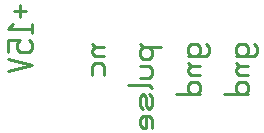
<source format=gbr>
G04 start of page 9 for group -4078 idx -4078 *
G04 Title: (unknown), bottomsilk *
G04 Creator: pcb 4.2.2 *
G04 CreationDate: Mon Nov  6 18:02:03 2023 UTC *
G04 For: thomasc *
G04 Format: Gerber/RS-274X *
G04 PCB-Dimensions (mil): 1125.00 1500.00 *
G04 PCB-Coordinate-Origin: lower left *
%MOIN*%
%FSLAX25Y25*%
%LNBOTTOMSILK*%
%ADD46C,0.0100*%
G54D46*X56000Y116000D02*X62000D01*
X55000Y117000D02*X56000Y116000D01*
X55000Y115000D01*
Y113000D02*Y115000D01*
Y113000D02*X56000Y112000D01*
X58000D01*
X59000Y113000D02*X58000Y112000D01*
X59000Y113000D02*Y115000D01*
X58000Y116000D02*X59000Y115000D01*
X55000Y109600D02*X58000D01*
X59000Y108600D01*
Y106600D02*Y108600D01*
Y106600D02*X58000Y105600D01*
X55000D02*X58000D01*
X51000Y103200D02*X58000D01*
X59000Y102200D01*
Y96200D02*Y99200D01*
Y96200D02*X58000Y95200D01*
X57000Y96200D02*X58000Y95200D01*
X57000Y96200D02*Y99200D01*
X56000Y100200D02*X57000Y99200D01*
X56000Y100200D02*X55000Y99200D01*
Y96200D02*Y99200D01*
Y96200D02*X56000Y95200D01*
X58000Y100200D02*X59000Y99200D01*
Y88800D02*Y91800D01*
X58000Y92800D02*X59000Y91800D01*
X56000Y92800D02*X58000D01*
X56000D02*X55000Y91800D01*
Y89800D02*Y91800D01*
Y89800D02*X56000Y88800D01*
X57000D02*Y92800D01*
X56000Y88800D02*X57000D01*
X87000Y114000D02*X88000Y113000D01*
X87000Y114000D02*Y116000D01*
X88000Y117000D02*X87000Y116000D01*
X88000Y117000D02*X90000D01*
X91000Y116000D01*
Y114000D02*Y116000D01*
Y114000D02*X90000Y113000D01*
X93000Y117000D02*X94000Y116000D01*
Y114000D02*Y116000D01*
Y114000D02*X93000Y113000D01*
X87000D02*X93000D01*
X88000Y109600D02*X91000D01*
X88000D02*X87000Y108600D01*
Y107600D02*Y108600D01*
Y107600D02*X88000Y106600D01*
X91000D01*
X87000Y110600D02*X88000Y109600D01*
X83000Y100200D02*X91000D01*
Y101200D02*X90000Y100200D01*
X91000Y101200D02*Y103200D01*
X90000Y104200D02*X91000Y103200D01*
X88000Y104200D02*X90000D01*
X88000D02*X87000Y103200D01*
Y101200D02*Y103200D01*
Y101200D02*X88000Y100200D01*
X71000Y114000D02*X72000Y113000D01*
X71000Y114000D02*Y116000D01*
X72000Y117000D02*X71000Y116000D01*
X72000Y117000D02*X74000D01*
X75000Y116000D01*
Y114000D02*Y116000D01*
Y114000D02*X74000Y113000D01*
X77000Y117000D02*X78000Y116000D01*
Y114000D02*Y116000D01*
Y114000D02*X77000Y113000D01*
X71000D02*X77000D01*
X72000Y109600D02*X75000D01*
X72000D02*X71000Y108600D01*
Y107600D02*Y108600D01*
Y107600D02*X72000Y106600D01*
X75000D01*
X71000Y110600D02*X72000Y109600D01*
X67000Y100200D02*X75000D01*
Y101200D02*X74000Y100200D01*
X75000Y101200D02*Y103200D01*
X74000Y104200D02*X75000Y103200D01*
X72000Y104200D02*X74000D01*
X72000D02*X71000Y103200D01*
Y101200D02*Y103200D01*
Y101200D02*X72000Y100200D01*
X40000Y116000D02*X43000D01*
X40000D02*X39000Y115000D01*
Y114000D02*Y115000D01*
Y114000D02*X40000Y113000D01*
X43000D01*
X39000Y117000D02*X40000Y116000D01*
X39000Y106600D02*Y109600D01*
X40000Y110600D02*X39000Y109600D01*
X40000Y110600D02*X42000D01*
X43000Y109600D01*
Y106600D02*Y109600D01*
X15000Y126000D02*Y130000D01*
X13000Y128000D02*X17000D01*
X12600Y123600D02*X11000Y122000D01*
X19000D01*
Y120600D02*Y123600D01*
X11000Y114200D02*Y118200D01*
X15000D01*
X14000Y117200D01*
Y115200D02*Y117200D01*
Y115200D02*X15000Y114200D01*
X18000D01*
X19000Y115200D02*X18000Y114200D01*
X19000Y115200D02*Y117200D01*
X18000Y118200D02*X19000Y117200D01*
X11000Y111800D02*X19000Y109800D01*
X11000Y107800D01*
M02*

</source>
